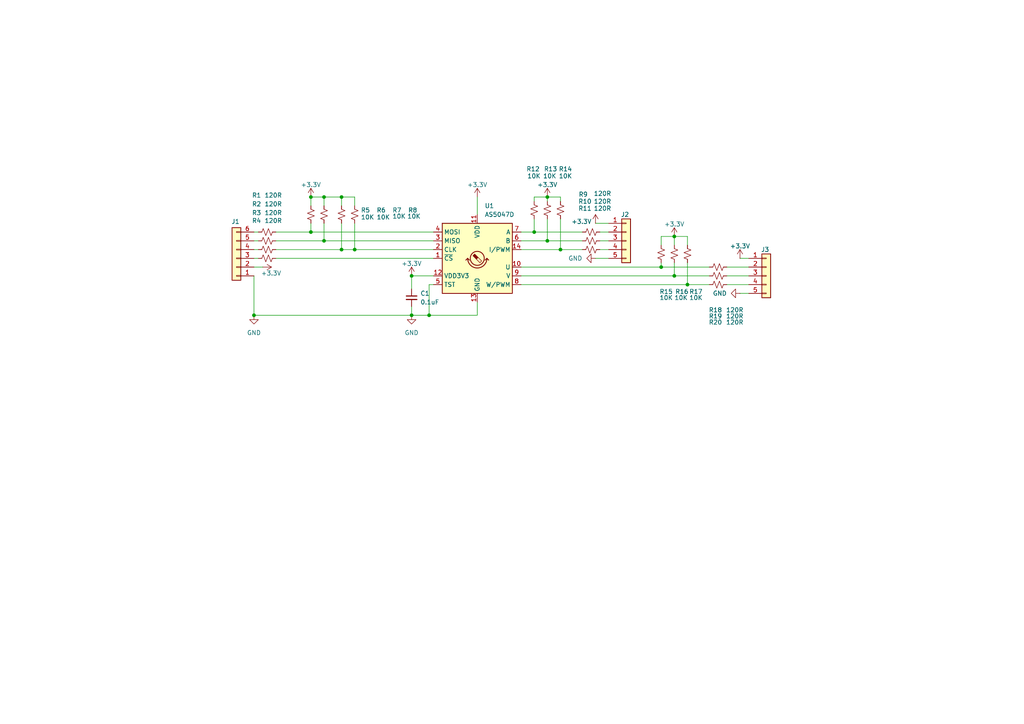
<source format=kicad_sch>
(kicad_sch (version 20250114) (generator "eeschema") (generator_version "9.0")
  (paper "A4")
  (lib_symbols
    (symbol "Connector_Generic:Conn_01x05" (pin_names (offset 1.016) (hide yes))
      (property "Reference" "J" (at 0 7.62 0))
      (property "Value" "Conn_01x05" (at 0 -7.62 0))
      (symbol "Conn_01x05_1_1"
        (rectangle (start -1.27 6.35) (end 1.27 -6.35) (stroke (width 0.254)) (fill (type background)))
        (rectangle (start -1.27 5.207) (end 0 4.953) (stroke (width 0.1524)))
        (rectangle (start -1.27 2.667) (end 0 2.413) (stroke (width 0.1524)))
        (rectangle (start -1.27 0.127) (end 0 -0.127) (stroke (width 0.1524)))
        (rectangle (start -1.27 -2.413) (end 0 -2.667) (stroke (width 0.1524)))
        (rectangle (start -1.27 -4.953) (end 0 -5.207) (stroke (width 0.1524)))
        (pin passive line (at -5.08 5.08 0) (length 3.81) (name "Pin_1") (number "1"))
        (pin passive line (at -5.08 2.54 0) (length 3.81) (name "Pin_2") (number "2"))
        (pin passive line (at -5.08 0 0) (length 3.81) (name "Pin_3") (number "3"))
        (pin passive line (at -5.08 -2.54 0) (length 3.81) (name "Pin_4") (number "4"))
        (pin passive line (at -5.08 -5.08 0) (length 3.81) (name "Pin_5") (number "5"))
      )
    )
    (symbol "Connector_Generic:Conn_01x06" (pin_names (offset 1.016) (hide yes))
      (property "Reference" "J" (at 0 7.62 0))
      (property "Value" "Conn_01x06" (at 0 -10.16 0))
      (symbol "Conn_01x06_1_1"
        (rectangle (start -1.27 6.35) (end 1.27 -8.89) (stroke (width 0.254)) (fill (type background)))
        (rectangle (start -1.27 5.207) (end 0 4.953) (stroke (width 0.1524)))
        (rectangle (start -1.27 2.667) (end 0 2.413) (stroke (width 0.1524)))
        (rectangle (start -1.27 0.127) (end 0 -0.127) (stroke (width 0.1524)))
        (rectangle (start -1.27 -2.413) (end 0 -2.667) (stroke (width 0.1524)))
        (rectangle (start -1.27 -4.953) (end 0 -5.207) (stroke (width 0.1524)))
        (rectangle (start -1.27 -7.493) (end 0 -7.747) (stroke (width 0.1524)))
        (pin passive line (at -5.08 5.08 0) (length 3.81) (name "Pin_1") (number "1"))
        (pin passive line (at -5.08 2.54 0) (length 3.81) (name "Pin_2") (number "2"))
        (pin passive line (at -5.08 0 0) (length 3.81) (name "Pin_3") (number "3"))
        (pin passive line (at -5.08 -2.54 0) (length 3.81) (name "Pin_4") (number "4"))
        (pin passive line (at -5.08 -5.08 0) (length 3.81) (name "Pin_5") (number "5"))
        (pin passive line (at -5.08 -7.62 0) (length 3.81) (name "Pin_6") (number "6"))
      )
    )
    (symbol "Device:C_Small" (pin_numbers (hide yes)) (pin_names (offset 0.254) (hide yes))
      (property "Reference" "C" (at 0.254 1.778 0))
      (property "Value" "C_Small" (at 0.254 -2.032 0))
      (symbol "C_Small_0_1"
        (polyline (pts (xy -1.524 0.508) (xy 1.524 0.508)) (stroke (width 0.3048)))
        (polyline (pts (xy -1.524 -0.508) (xy 1.524 -0.508)) (stroke (width 0.3302)))
      )
      (symbol "C_Small_1_1"
        (pin passive line (at 0 2.54 270) (length 2.032) (name "~") (number "1"))
        (pin passive line (at 0 -2.54 90) (length 2.032) (name "~") (number "2"))
      )
    )
    (symbol "Device:R_Small_US" (pin_numbers (hide yes)) (pin_names (offset 0.254) (hide yes))
      (property "Reference" "R" (at 0.762 0.508 0))
      (property "Value" "R_Small_US" (at 0.762 -1.016 0))
      (symbol "R_Small_US_1_1"
        (polyline (pts (xy 0 1.524) (xy 1.016 1.143) (xy 0 0.762) (xy -1.016 0.381) (xy 0 0)))
        (polyline (pts (xy 0 0) (xy 1.016 -0.381) (xy 0 -0.762) (xy -1.016 -1.143) (xy 0 -1.524)))
        (pin passive line (at 0 2.54 270) (length 1.016) (name "~") (number "1"))
        (pin passive line (at 0 -2.54 90) (length 1.016) (name "~") (number "2"))
      )
    )
    (symbol "Sensor_Magnetic:AS5047D"
      (property "Reference" "U" (at -8.89 11.43 0))
      (property "Value" "AS5047D" (at 5.08 11.43 0))
      (symbol "AS5047D_1_1"
        (rectangle (start -10.16 10.16) (end 10.16 -10.16) (stroke (width 0.254)) (fill (type background)))
        (polyline (pts (xy -2.794 0) (xy -3.302 -0.508)) (stroke (width 0.254)))
        (polyline (pts (xy -2.794 0) (xy -2.286 -0.508)) (stroke (width 0.254)))
        (polyline (pts (xy -0.762 1.27) (xy 0.254 0.254) (xy -0.254 -0.254) (xy -1.27 0.762) (xy -1.016 1.016) (xy -0.762 1.27) (xy -0.635 1.143)) (fill (type outline)))
        (arc (start 2.794 0) (mid 0 -2.7819) (end -2.794 0) (stroke (width 0.254)))
        (circle (center 0 0) (radius 2.032) (stroke (width 0.254)))
        (polyline (pts (xy 0.254 0.254) (xy 1.27 -0.762) (xy 0.762 -1.27) (xy -0.254 -0.254)))
        (polyline (pts (xy 2.794 0) (xy 2.286 -0.508)) (stroke (width 0.254)))
        (polyline (pts (xy 2.794 0) (xy 3.302 -0.508)) (stroke (width 0.254)))
        (pin input line (at -12.7 7.62 0) (length 2.54) (name "MOSI") (number "4"))
        (pin output line (at -12.7 5.08 0) (length 2.54) (name "MISO") (number "3"))
        (pin input line (at -12.7 2.54 0) (length 2.54) (name "CLK") (number "2"))
        (pin input line (at -12.7 0 0) (length 2.54) (name "~{CS}") (number "1"))
        (pin power_out line (at -12.7 -5.08 0) (length 2.54) (name "VDD3V3") (number "12"))
        (pin input line (at -12.7 -7.62 0) (length 2.54) (name "TST") (number "5"))
        (pin power_in line (at 0 12.7 270) (length 2.54) (name "VDD") (number "11"))
        (pin power_in line (at 0 -12.7 90) (length 2.54) (name "GND") (number "13"))
        (pin output line (at 12.7 7.62 180) (length 2.54) (name "A") (number "7"))
        (pin output line (at 12.7 5.08 180) (length 2.54) (name "B") (number "6"))
        (pin output line (at 12.7 2.54 180) (length 2.54) (name "I/PWM") (number "14"))
        (pin output line (at 12.7 -2.54 180) (length 2.54) (name "U") (number "10"))
        (pin output line (at 12.7 -5.08 180) (length 2.54) (name "V") (number "9"))
        (pin output line (at 12.7 -7.62 180) (length 2.54) (name "W/PWM") (number "8"))
      )
    )
    (symbol "power:+3.3V" (power) (pin_numbers (hide yes)) (pin_names (offset 0) (hide yes))
      (property "Value" "+3.3V" (at 0 3.556 0))
      (symbol "+3.3V_0_1"
        (polyline (pts (xy -0.762 1.27) (xy 0 2.54)))
        (polyline (pts (xy 0 2.54) (xy 0.762 1.27)))
        (polyline (pts (xy 0 0) (xy 0 2.54)))
      )
      (symbol "+3.3V_1_1"
        (pin power_in line (at 0 0 90) (length 0) (name "~") (number "1"))
      )
    )
    (symbol "power:GND" (power) (pin_numbers (hide yes)) (pin_names (offset 0) (hide yes))
      (property "Value" "GND" (at 0 -3.81 0))
      (symbol "GND_0_1"
        (polyline (pts (xy 0 0) (xy 0 -1.27) (xy 1.27 -1.27) (xy 0 -2.54) (xy -1.27 -1.27) (xy 0 -1.27)))
      )
      (symbol "GND_1_1"
        (pin power_in line (at 0 0 270) (length 0) (name "~") (number "1"))
      )
    )
  )
  (junction (at 99.06 72.39))
  (junction (at 158.75 69.85))
  (junction (at 119.38 91.44))
  (junction (at 93.98 57.15))
  (junction (at 124.46 91.44))
  (junction (at 195.58 80.01))
  (junction (at 158.75 57.15))
  (junction (at 73.66 91.44))
  (junction (at 90.17 67.31))
  (junction (at 93.98 69.85))
  (junction (at 102.87 72.39))
  (junction (at 191.77 77.47))
  (junction (at 195.58 68.58))
  (junction (at 119.38 80.01))
  (junction (at 199.39 82.55))
  (junction (at 154.94 67.31))
  (junction (at 90.17 57.15))
  (junction (at 162.56 72.39))
  (junction (at 99.06 57.15))
  (wire (pts (xy 210.82 77.47) (xy 217.17 77.47)))
  (wire (pts (xy 158.75 63.5) (xy 158.75 69.85)))
  (wire (pts (xy 151.13 69.85) (xy 158.75 69.85)))
  (wire (pts (xy 119.38 91.44) (xy 124.46 91.44)))
  (wire (pts (xy 102.87 64.77) (xy 102.87 72.39)))
  (wire (pts (xy 154.94 67.31) (xy 168.91 67.31)))
  (wire (pts (xy 151.13 77.47) (xy 191.77 77.47)))
  (wire (pts (xy 191.77 68.58) (xy 195.58 68.58)))
  (wire (pts (xy 210.82 80.01) (xy 217.17 80.01)))
  (wire (pts (xy 210.82 82.55) (xy 217.17 82.55)))
  (wire (pts (xy 73.66 77.47) (xy 76.2 77.47)))
  (wire (pts (xy 173.99 69.85) (xy 176.53 69.85)))
  (wire (pts (xy 158.75 57.15) (xy 162.56 57.15)))
  (wire (pts (xy 80.01 74.93) (xy 125.73 74.93)))
  (wire (pts (xy 138.43 91.44) (xy 138.43 87.63)))
  (wire (pts (xy 73.66 67.31) (xy 74.9357 67.31)))
  (wire (pts (xy 90.17 57.15) (xy 90.17 59.69)))
  (wire (pts (xy 162.56 57.15) (xy 162.56 58.42)))
  (wire (pts (xy 119.38 83.82) (xy 119.38 80.01)))
  (wire (pts (xy 158.75 57.15) (xy 158.75 58.42)))
  (wire (pts (xy 99.06 72.39) (xy 102.87 72.39)))
  (wire (pts (xy 80.0157 69.85) (xy 93.98 69.85)))
  (wire (pts (xy 90.17 64.77) (xy 90.17 67.31)))
  (wire (pts (xy 93.98 69.85) (xy 125.73 69.85)))
  (wire (pts (xy 162.56 63.5) (xy 162.56 72.39)))
  (wire (pts (xy 214.63 85.09) (xy 217.17 85.09)))
  (wire (pts (xy 93.98 57.15) (xy 90.17 57.15)))
  (wire (pts (xy 119.38 88.9) (xy 119.38 91.44)))
  (wire (pts (xy 138.43 57.15) (xy 138.43 62.23)))
  (wire (pts (xy 73.66 72.39) (xy 74.9357 72.39)))
  (wire (pts (xy 102.87 72.39) (xy 125.73 72.39)))
  (wire (pts (xy 195.58 68.58) (xy 195.58 71.12)))
  (wire (pts (xy 119.38 80.01) (xy 125.73 80.01)))
  (wire (pts (xy 99.06 57.15) (xy 99.06 59.69)))
  (wire (pts (xy 151.13 82.55) (xy 199.39 82.55)))
  (wire (pts (xy 154.94 57.15) (xy 158.75 57.15)))
  (wire (pts (xy 158.75 69.85) (xy 168.91 69.85)))
  (wire (pts (xy 172.72 64.77) (xy 176.53 64.77)))
  (wire (pts (xy 154.94 58.42) (xy 154.94 57.15)))
  (wire (pts (xy 124.46 82.55) (xy 124.46 91.44)))
  (wire (pts (xy 199.39 68.58) (xy 199.39 71.12)))
  (wire (pts (xy 93.98 57.15) (xy 93.98 59.69)))
  (wire (pts (xy 172.72 74.93) (xy 176.53 74.93)))
  (wire (pts (xy 99.06 57.15) (xy 93.98 57.15)))
  (wire (pts (xy 199.39 82.55) (xy 205.74 82.55)))
  (wire (pts (xy 173.99 72.39) (xy 176.53 72.39)))
  (wire (pts (xy 162.56 72.39) (xy 168.91 72.39)))
  (wire (pts (xy 99.06 64.77) (xy 99.06 72.39)))
  (wire (pts (xy 191.77 71.12) (xy 191.77 68.58)))
  (wire (pts (xy 80.0157 67.31) (xy 90.17 67.31)))
  (wire (pts (xy 195.58 68.58) (xy 199.39 68.58)))
  (wire (pts (xy 195.58 76.2) (xy 195.58 80.01)))
  (wire (pts (xy 73.66 69.85) (xy 74.9357 69.85)))
  (wire (pts (xy 90.17 67.31) (xy 125.73 67.31)))
  (wire (pts (xy 195.58 80.01) (xy 205.74 80.01)))
  (wire (pts (xy 80.0157 72.39) (xy 99.06 72.39)))
  (wire (pts (xy 151.13 80.01) (xy 195.58 80.01)))
  (wire (pts (xy 191.77 77.47) (xy 205.74 77.47)))
  (wire (pts (xy 173.99 67.31) (xy 176.53 67.31)))
  (wire (pts (xy 73.66 80.01) (xy 73.66 91.44)))
  (wire (pts (xy 199.39 76.2) (xy 199.39 82.55)))
  (wire (pts (xy 102.87 57.15) (xy 102.87 59.69)))
  (wire (pts (xy 93.98 64.77) (xy 93.98 69.85)))
  (wire (pts (xy 124.46 91.44) (xy 138.43 91.44)))
  (wire (pts (xy 73.66 91.44) (xy 119.38 91.44)))
  (wire (pts (xy 102.87 57.15) (xy 99.06 57.15)))
  (wire (pts (xy 151.13 72.39) (xy 162.56 72.39)))
  (wire (pts (xy 151.13 67.31) (xy 154.94 67.31)))
  (wire (pts (xy 191.77 76.2) (xy 191.77 77.47)))
  (wire (pts (xy 154.94 63.5) (xy 154.94 67.31)))
  (wire (pts (xy 125.73 82.55) (xy 124.46 82.55)))
  (wire (pts (xy 214.63 74.93) (xy 217.17 74.93)))
  (wire (pts (xy 73.66 74.93) (xy 74.93 74.93)))
  (symbol (lib_id "Connector_Generic:Conn_01x05") (at 222.25 80.01 0) (unit 1)
    (property "Reference" "J3" (at 220.726 72.39 0) (effects (justify left)))
    (property "Value" "Conn_01x05" (effects (hide yes)))
    (property "Description" "Generic connector, single row, 01x05, script generated (kicad-library-utils/schlib/autogen/connector/)" (effects (hide yes)))
  )
  (symbol (lib_id "Device:R_Small_US") (at 191.77 73.66 180) (unit 1)
    (property "Reference" "R15" (at 191.262 84.582 0) (effects (justify right)))
    (property "Value" "10K" (at 191.262 86.36 0) (effects (justify right)))
    (property "Description" "Resistor, small US symbol" (effects (hide yes)))
  )
  (symbol (lib_id "power:+3.3V") (at 138.43 57.15 0) (unit 1)
    (property "Reference" "#PWR03" (effects (hide yes)))
    (property "Value" "+3.3V" (at 138.43 53.594 0))
    (property "Description" "Power symbol creates a global label with name \"+3.3V\"" (effects (hide yes)))
  )
  (symbol (lib_id "power:+3.3V") (at 158.75 57.15 0) (unit 1)
    (property "Reference" "#PWR07" (effects (hide yes)))
    (property "Value" "+3.3V" (at 158.75 53.594 0))
    (property "Description" "Power symbol creates a global label with name \"+3.3V\"" (effects (hide yes)))
  )
  (symbol (lib_id "Device:R_Small_US") (at 99.06 62.23 180) (unit 1)
    (property "Reference" "R7" (at 113.792 60.96 0) (effects (justify right)))
    (property "Value" "10K" (at 113.792 62.738 0) (effects (justify right)))
    (property "Description" "Resistor, small US symbol" (effects (hide yes)))
  )
  (symbol (lib_id "Device:R_Small_US") (at 195.58 73.66 180) (unit 1)
    (property "Reference" "R16" (at 195.834 84.582 0) (effects (justify right)))
    (property "Value" "10K" (at 195.58 86.36 0) (effects (justify right)))
    (property "Description" "Resistor, small US symbol" (effects (hide yes)))
  )
  (symbol (lib_id "Device:R_Small_US") (at 93.98 62.23 180) (unit 1)
    (property "Reference" "R6" (at 109.22 60.96 0) (effects (justify right)))
    (property "Value" "10K" (at 109.22 62.992 0) (effects (justify right)))
    (property "Description" "Resistor, small US symbol" (effects (hide yes)))
  )
  (symbol (lib_id "Device:R_Small_US") (at 77.4757 67.31 90) (unit 1)
    (property "Reference" "R1" (at 74.422 56.642 90))
    (property "Value" "120R" (at 79.248 59.182 90))
    (property "Description" "Resistor, small US symbol" (effects (hide yes)))
  )
  (symbol (lib_id "Device:R_Small_US") (at 90.17 62.23 180) (unit 1)
    (property "Reference" "R5" (at 104.648 60.96 0) (effects (justify right)))
    (property "Value" "10K" (at 104.648 62.992 0) (effects (justify right)))
    (property "Description" "Resistor, small US symbol" (effects (hide yes)))
  )
  (symbol (lib_id "power:GND") (at 73.66 91.44 0) (unit 1)
    (property "Reference" "#PWR06" (effects (hide yes)))
    (property "Value" "GND" (at 73.66 96.52 0))
    (property "Description" "Power symbol creates a global label with name \"GND\" , ground" (effects (hide yes)))
  )
  (symbol (lib_id "power:+3.3V") (at 76.2 77.47 270) (unit 1)
    (property "Reference" "#PWR01" (effects (hide yes)))
    (property "Value" "+3.3V" (at 75.692 79.248 90) (effects (justify left)))
    (property "Description" "Power symbol creates a global label with name \"+3.3V\"" (effects (hide yes)))
  )
  (symbol (lib_id "Device:C_Small") (at 119.38 86.36 0) (unit 1)
    (property "Reference" "C1" (at 121.92 85.0962 0) (effects (justify left)))
    (property "Value" "0.1uF" (at 121.92 87.6362 0) (effects (justify left)))
    (property "Description" "Unpolarized capacitor, small symbol" (effects (hide yes)))
  )
  (symbol (lib_id "Device:R_Small_US") (at 158.75 60.96 180) (unit 1)
    (property "Reference" "R13" (at 157.734 49.022 0) (effects (justify right)))
    (property "Value" "10K" (at 157.48 51.054 0) (effects (justify right)))
    (property "Description" "Resistor, small US symbol" (effects (hide yes)))
  )
  (symbol (lib_id "Sensor_Magnetic:AS5047D") (at 138.43 74.93 0) (unit 1)
    (property "Reference" "U1" (at 140.5733 59.69 0) (effects (justify left)))
    (property "Value" "AS5047D" (at 140.5733 62.23 0) (effects (justify left)))
    (property "Footprint" "Package_SO:TSSOP-14_4.4x5mm_P0.65mm" (effects (hide yes)))
    (property "Datasheet" "https://ams.com/documents/20143/36005/AS5047D_DS000394_2-00.pdf" (effects (hide yes)))
    (property "Description" "On-Axis Magnetic Position Sensor, 14-bit, PWM Output, ABI Output, UVW Output, SPI Interface, TSSOP-14" (effects (hide yes)))
  )
  (symbol (lib_id "Device:R_Small_US") (at 102.87 62.23 180) (unit 1)
    (property "Reference" "R8" (at 118.364 60.96 0) (effects (justify right)))
    (property "Value" "10K" (at 118.11 62.738 0) (effects (justify right)))
    (property "Description" "Resistor, small US symbol" (effects (hide yes)))
  )
  (symbol (lib_id "Device:R_Small_US") (at 208.28 80.01 90) (unit 1)
    (property "Reference" "R19" (at 207.518 91.694 90))
    (property "Value" "120R" (at 213.106 91.694 90))
    (property "Description" "Resistor, small US symbol" (effects (hide yes)))
  )
  (symbol (lib_id "Device:R_Small_US") (at 171.45 67.31 90) (unit 1)
    (property "Reference" "R9" (at 169.164 56.388 90))
    (property "Value" "120R" (at 174.752 56.134 90))
    (property "Description" "Resistor, small US symbol" (effects (hide yes)))
  )
  (symbol (lib_id "Device:R_Small_US") (at 154.94 60.96 180) (unit 1)
    (property "Reference" "R12" (at 152.654 49.022 0) (effects (justify right)))
    (property "Value" "10K" (at 152.908 51.054 0) (effects (justify right)))
    (property "Description" "Resistor, small US symbol" (effects (hide yes)))
  )
  (symbol (lib_id "power:+3.3V") (at 195.58 68.58 0) (unit 1)
    (property "Reference" "#PWR010" (effects (hide yes)))
    (property "Value" "+3.3V" (at 195.58 65.024 0))
    (property "Description" "Power symbol creates a global label with name \"+3.3V\"" (effects (hide yes)))
  )
  (symbol (lib_id "power:+3.3V") (at 172.72 64.77 0) (unit 1)
    (property "Reference" "#PWR08" (effects (hide yes)))
    (property "Value" "+3.3V" (at 168.656 64.262 0))
    (property "Description" "Power symbol creates a global label with name \"+3.3V\"" (effects (hide yes)))
  )
  (symbol (lib_id "Device:R_Small_US") (at 77.4757 69.85 90) (unit 1)
    (property "Reference" "R2" (at 74.422 59.182 90))
    (property "Value" "120R" (at 79.248 61.722 90))
    (property "Description" "Resistor, small US symbol" (effects (hide yes)))
  )
  (symbol (lib_id "Connector_Generic:Conn_01x05") (at 181.61 69.85 0) (unit 1)
    (property "Reference" "J2" (at 180.086 62.23 0) (effects (justify left)))
    (property "Value" "Conn_01x05" (effects (hide yes)))
    (property "Description" "Generic connector, single row, 01x05, script generated (kicad-library-utils/schlib/autogen/connector/)" (effects (hide yes)))
  )
  (symbol (lib_id "Connector_Generic:Conn_01x06") (at 68.58 74.93 180) (unit 1)
    (property "Reference" "J1" (at 68.326 64.262 0))
    (property "Value" "Conn_01x06" (effects (hide yes)))
    (property "Description" "Generic connector, single row, 01x06, script generated (kicad-library-utils/schlib/autogen/connector/)" (effects (hide yes)))
  )
  (symbol (lib_id "Device:R_Small_US") (at 208.28 77.47 90) (unit 1)
    (property "Reference" "R18" (at 207.518 89.916 90))
    (property "Value" "120R" (at 213.106 89.916 90))
    (property "Description" "Resistor, small US symbol" (effects (hide yes)))
  )
  (symbol (lib_id "power:GND") (at 119.38 91.44 0) (unit 1)
    (property "Reference" "#PWR05" (effects (hide yes)))
    (property "Value" "GND" (at 119.38 96.52 0))
    (property "Description" "Power symbol creates a global label with name \"GND\" , ground" (effects (hide yes)))
  )
  (symbol (lib_id "power:GND") (at 214.63 85.09 270) (unit 1)
    (property "Reference" "#PWR011" (effects (hide yes)))
    (property "Value" "GND" (at 210.82 85.0899 90) (effects (justify right)))
    (property "Description" "Power symbol creates a global label with name \"GND\" , ground" (effects (hide yes)))
  )
  (symbol (lib_id "Device:R_Small_US") (at 199.39 73.66 180) (unit 1)
    (property "Reference" "R17" (at 199.898 84.582 0) (effects (justify right)))
    (property "Value" "10K" (at 199.898 86.36 0) (effects (justify right)))
    (property "Description" "Resistor, small US symbol" (effects (hide yes)))
  )
  (symbol (lib_id "power:+3.3V") (at 90.17 57.15 0) (unit 1)
    (property "Reference" "#PWR04" (effects (hide yes)))
    (property "Value" "+3.3V" (at 90.17 53.594 0))
    (property "Description" "Power symbol creates a global label with name \"+3.3V\"" (effects (hide yes)))
  )
  (symbol (lib_id "Device:R_Small_US") (at 162.56 60.96 180) (unit 1)
    (property "Reference" "R14" (at 162.052 49.022 0) (effects (justify right)))
    (property "Value" "10K" (at 162.052 51.054 0) (effects (justify right)))
    (property "Description" "Resistor, small US symbol" (effects (hide yes)))
  )
  (symbol (lib_id "power:+3.3V") (at 214.63 74.93 0) (unit 1)
    (property "Reference" "#PWR012" (effects (hide yes)))
    (property "Value" "+3.3V" (at 214.63 71.374 0))
    (property "Description" "Power symbol creates a global label with name \"+3.3V\"" (effects (hide yes)))
  )
  (symbol (lib_id "power:+3.3V") (at 119.38 80.01 0) (unit 1)
    (property "Reference" "#PWR02" (effects (hide yes)))
    (property "Value" "+3.3V" (at 119.38 76.454 0))
    (property "Description" "Power symbol creates a global label with name \"+3.3V\"" (effects (hide yes)))
  )
  (symbol (lib_id "Device:R_Small_US") (at 171.45 72.39 90) (unit 1)
    (property "Reference" "R11" (at 169.672 60.452 90))
    (property "Value" "120R" (at 174.752 60.452 90))
    (property "Description" "Resistor, small US symbol" (effects (hide yes)))
  )
  (symbol (lib_id "Device:R_Small_US") (at 77.4757 72.39 90) (unit 1)
    (property "Reference" "R3" (at 74.422 61.722 90))
    (property "Value" "120R" (at 79.248 56.642 90))
    (property "Description" "Resistor, small US symbol" (effects (hide yes)))
  )
  (symbol (lib_id "Device:R_Small_US") (at 208.28 82.55 90) (unit 1)
    (property "Reference" "R20" (at 207.518 93.472 90))
    (property "Value" "120R" (at 213.106 93.472 90))
    (property "Description" "Resistor, small US symbol" (effects (hide yes)))
  )
  (symbol (lib_id "power:GND") (at 172.72 74.93 270) (unit 1)
    (property "Reference" "#PWR09" (effects (hide yes)))
    (property "Value" "GND" (at 168.91 74.9299 90) (effects (justify right)))
    (property "Description" "Power symbol creates a global label with name \"GND\" , ground" (effects (hide yes)))
  )
  (symbol (lib_id "Device:R_Small_US") (at 171.45 69.85 90) (unit 1)
    (property "Reference" "R10" (at 169.672 58.42 90))
    (property "Value" "120R" (at 174.752 58.42 90))
    (property "Description" "Resistor, small US symbol" (effects (hide yes)))
  )
  (symbol (lib_id "Device:R_Small_US") (at 77.47 74.93 90) (unit 1)
    (property "Reference" "R4" (at 74.422 64.008 90))
    (property "Value" "120R" (at 79.248 64.008 90))
    (property "Description" "Resistor, small US symbol" (effects (hide yes)))
  )
)
</source>
